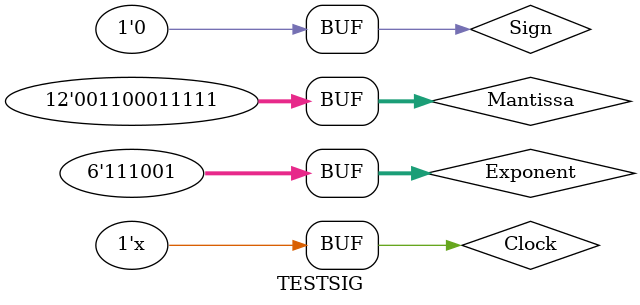
<source format=v>
`timescale 1ns / 1ps


module TESTSIG;

	// Inputs
	reg Clock;
	reg Sign;
	reg [5:0] Exponent;
	reg [11:0] Mantissa;

	// Outputs
	wire SignOut;
	wire [4:0] ExponentOut;
	wire [5:0] MantissaOut;

	// Instantiate the Unit Under Test (UUT)
	SIGMOID uut (
		.Clock(Clock), 
		.Sign(Sign), 
		.Exponent(Exponent), 
		.Mantissa(Mantissa), 
		.SignOut(SignOut), 
		.ExponentOut(ExponentOut), 
		.MantissaOut(MantissaOut)
	);

	initial begin
		// Initialize Inputs
		Clock = 0;
		Sign = 0;
		Exponent = 0;
		Mantissa = 0;

		// Wait 100 ns for global reset to finish
		#100;
        
		// Add stimulus here
		Sign = 0;
		Exponent = 6'b111001;
		Mantissa = 12'b001100011111;
	end
	
	always
		#20 Clock = !Clock;
      
endmodule


</source>
